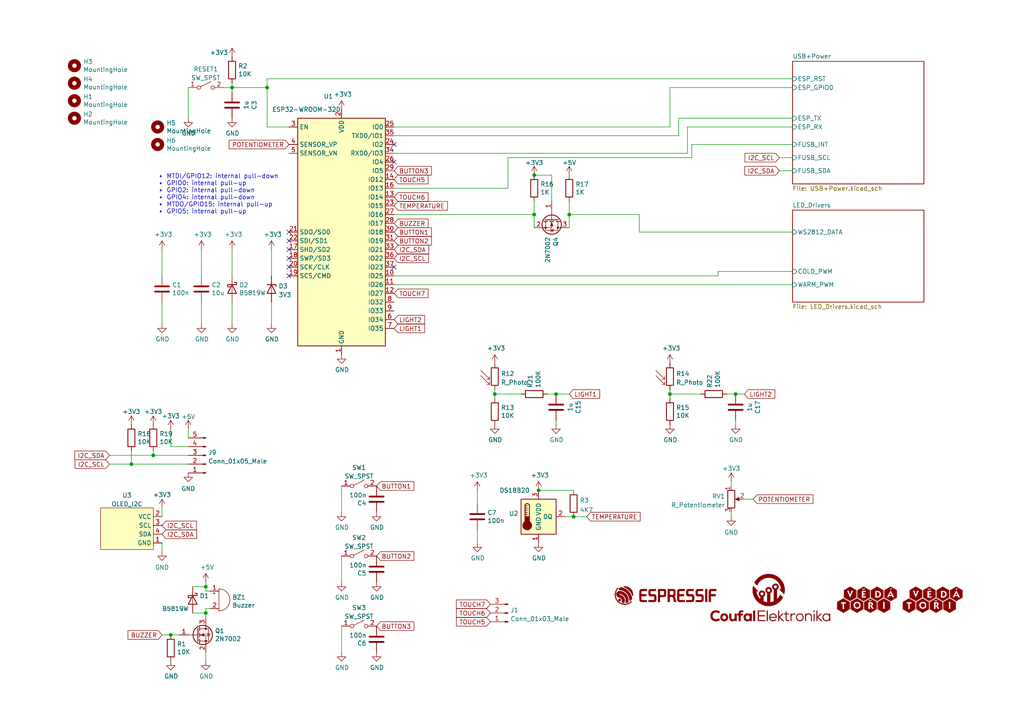
<source format=kicad_sch>
(kicad_sch (version 20211123) (generator eeschema)
  (paper "A4")
  (lib_symbols
    (symbol "Connector:Conn_01x03_Male" (pin_names (offset 1.016) hide)
      (property "Reference" "J" (at 0 5.08 0))
      (property "Value" "Conn_01x03_Male" (at 0 -5.08 0))
      (symbol "Conn_01x03_Male_1_1"
        (pin passive line (at 5.08 2.54 180) (length 3.81) (name "Pin_1") (number "1"))
        (pin passive line (at 5.08 0 180) (length 3.81) (name "Pin_2") (number "2"))
        (pin passive line (at 5.08 -2.54 180) (length 3.81) (name "Pin_3") (number "3"))
      )
    )
    (symbol "Connector:Conn_01x05_Male" (pin_names (offset 1.016) hide)
      (property "Reference" "J" (at 0 7.62 0))
      (property "Value" "Conn_01x05_Male" (at 0 -7.62 0))
      (symbol "Conn_01x05_Male_1_1"
        (pin passive line (at 5.08 5.08 180) (length 3.81) (name "Pin_1") (number "1"))
        (pin passive line (at 5.08 2.54 180) (length 3.81) (name "Pin_2") (number "2"))
        (pin passive line (at 5.08 0 180) (length 3.81) (name "Pin_3") (number "3"))
        (pin passive line (at 5.08 -2.54 180) (length 3.81) (name "Pin_4") (number "4"))
        (pin passive line (at 5.08 -5.08 180) (length 3.81) (name "Pin_5") (number "5"))
      )
    )
    (symbol "Device:Buzzer" (pin_names (offset 0.0254) hide)
      (property "Reference" "BZ" (at 3.81 1.27 0))
      (property "Value" "Buzzer" (at 3.81 -1.27 0))
      (symbol "Buzzer_1_1"
        (pin passive line (at -2.54 2.54 0) (length 2.54) (name "-") (number "1"))
        (pin passive line (at -2.54 -2.54 0) (length 2.54) (name "+") (number "2"))
      )
    )
    (symbol "Device:C" (pin_numbers hide) (pin_names (offset 0.254))
      (property "Reference" "C" (at 0.635 2.54 0))
      (property "Value" "C" (at 0.635 -2.54 0))
      (symbol "C_1_1"
        (pin passive line (at 0 3.81 270) (length 2.794) (name "~") (number "1"))
        (pin passive line (at 0 -3.81 90) (length 2.794) (name "~") (number "2"))
      )
    )
    (symbol "Device:D_Schottky" (pin_numbers hide) (pin_names (offset 1.016) hide)
      (property "Reference" "D" (at 0 2.54 0))
      (property "Value" "D_Schottky" (at 0 -2.54 0))
      (symbol "D_Schottky_1_1"
        (pin passive line (at -3.81 0 0) (length 2.54) (name "K") (number "1"))
        (pin passive line (at 3.81 0 180) (length 2.54) (name "A") (number "2"))
      )
    )
    (symbol "Device:D_Zener" (pin_numbers hide) (pin_names (offset 1.016) hide)
      (property "Reference" "D" (at 0 2.54 0))
      (property "Value" "D_Zener" (at 0 -2.54 0))
      (symbol "D_Zener_1_1"
        (pin passive line (at -3.81 0 0) (length 2.54) (name "K") (number "1"))
        (pin passive line (at 3.81 0 180) (length 2.54) (name "A") (number "2"))
      )
    )
    (symbol "Device:R" (pin_numbers hide) (pin_names (offset 0))
      (property "Reference" "R" (at 2.032 0 90))
      (property "Value" "R" (at 0 0 90))
      (symbol "R_1_1"
        (pin passive line (at 0 3.81 270) (length 1.27) (name "~") (number "1"))
        (pin passive line (at 0 -3.81 90) (length 1.27) (name "~") (number "2"))
      )
    )
    (symbol "Device:R_Photo" (pin_numbers hide) (pin_names (offset 0))
      (property "Reference" "R" (at 1.27 1.27 0))
      (property "Value" "R_Photo" (at 1.27 0 0))
      (symbol "R_Photo_1_1"
        (pin passive line (at 0 3.81 270) (length 1.27) (name "~") (number "1"))
        (pin passive line (at 0 -3.81 90) (length 1.27) (name "~") (number "2"))
      )
    )
    (symbol "Device:R_Potentiometer" (pin_names (offset 1.016) hide)
      (property "Reference" "RV" (at -4.445 0 90))
      (property "Value" "R_Potentiometer" (at -2.54 0 90))
      (symbol "R_Potentiometer_1_1"
        (pin passive line (at 0 3.81 270) (length 1.27) (name "1") (number "1"))
        (pin passive line (at 3.81 0 180) (length 1.27) (name "2") (number "2"))
        (pin passive line (at 0 -3.81 90) (length 1.27) (name "3") (number "3"))
      )
    )
    (symbol "Mechanical:MountingHole" (pin_names (offset 1.016))
      (property "Reference" "H" (at 0 5.08 0))
      (property "Value" "MountingHole" (at 0 3.175 0))
    )
    (symbol "PaLampa_Library:OLED_I2C"
      (property "Reference" "U" (at -0.635 7.62 0))
      (property "Value" "OLED_I2C" (at -3.81 0 0))
      (symbol "OLED_I2C_1_1"
        (pin input line (at 8.89 -3.81 180) (length 2.54) (name "GND") (number "1"))
        (pin input line (at 8.89 3.81 180) (length 2.54) (name "VCC") (number "2"))
        (pin input line (at 8.89 1.27 180) (length 2.54) (name "SCL") (number "3"))
        (pin input line (at 8.89 -1.27 180) (length 2.54) (name "SDA") (number "4"))
      )
    )
    (symbol "RF_Module:ESP32-WROOM-32D"
      (property "Reference" "U" (at -12.7 34.29 0))
      (property "Value" "ESP32-WROOM-32D" (at 1.27 34.29 0))
      (symbol "ESP32-WROOM-32D_1_1"
        (pin power_in line (at 0 -35.56 90) (length 2.54) (name "GND") (number "1"))
        (pin bidirectional line (at 15.24 -12.7 180) (length 2.54) (name "IO25") (number "10"))
        (pin bidirectional line (at 15.24 -15.24 180) (length 2.54) (name "IO26") (number "11"))
        (pin bidirectional line (at 15.24 -17.78 180) (length 2.54) (name "IO27") (number "12"))
        (pin bidirectional line (at 15.24 10.16 180) (length 2.54) (name "IO14") (number "13"))
        (pin bidirectional line (at 15.24 15.24 180) (length 2.54) (name "IO12") (number "14"))
        (pin passive line (at 0 -35.56 90) (length 2.54) hide (name "GND") (number "15"))
        (pin bidirectional line (at 15.24 12.7 180) (length 2.54) (name "IO13") (number "16"))
        (pin bidirectional line (at -15.24 -5.08 0) (length 2.54) (name "SHD/SD2") (number "17"))
        (pin bidirectional line (at -15.24 -7.62 0) (length 2.54) (name "SWP/SD3") (number "18"))
        (pin bidirectional line (at -15.24 -12.7 0) (length 2.54) (name "SCS/CMD") (number "19"))
        (pin power_in line (at 0 35.56 270) (length 2.54) (name "VDD") (number "2"))
        (pin bidirectional line (at -15.24 -10.16 0) (length 2.54) (name "SCK/CLK") (number "20"))
        (pin bidirectional line (at -15.24 0 0) (length 2.54) (name "SDO/SD0") (number "21"))
        (pin bidirectional line (at -15.24 -2.54 0) (length 2.54) (name "SDI/SD1") (number "22"))
        (pin bidirectional line (at 15.24 7.62 180) (length 2.54) (name "IO15") (number "23"))
        (pin bidirectional line (at 15.24 25.4 180) (length 2.54) (name "IO2") (number "24"))
        (pin bidirectional line (at 15.24 30.48 180) (length 2.54) (name "IO0") (number "25"))
        (pin bidirectional line (at 15.24 20.32 180) (length 2.54) (name "IO4") (number "26"))
        (pin bidirectional line (at 15.24 5.08 180) (length 2.54) (name "IO16") (number "27"))
        (pin bidirectional line (at 15.24 2.54 180) (length 2.54) (name "IO17") (number "28"))
        (pin bidirectional line (at 15.24 17.78 180) (length 2.54) (name "IO5") (number "29"))
        (pin input line (at -15.24 30.48 0) (length 2.54) (name "EN") (number "3"))
        (pin bidirectional line (at 15.24 0 180) (length 2.54) (name "IO18") (number "30"))
        (pin bidirectional line (at 15.24 -2.54 180) (length 2.54) (name "IO19") (number "31"))
        (pin no_connect line (at -12.7 -27.94 0) (length 2.54) hide (name "NC") (number "32"))
        (pin bidirectional line (at 15.24 -5.08 180) (length 2.54) (name "IO21") (number "33"))
        (pin bidirectional line (at 15.24 22.86 180) (length 2.54) (name "RXD0/IO3") (number "34"))
        (pin bidirectional line (at 15.24 27.94 180) (length 2.54) (name "TXD0/IO1") (number "35"))
        (pin bidirectional line (at 15.24 -7.62 180) (length 2.54) (name "IO22") (number "36"))
        (pin bidirectional line (at 15.24 -10.16 180) (length 2.54) (name "IO23") (number "37"))
        (pin passive line (at 0 -35.56 90) (length 2.54) hide (name "GND") (number "38"))
        (pin passive line (at 0 -35.56 90) (length 2.54) hide (name "GND") (number "39"))
        (pin input line (at -15.24 25.4 0) (length 2.54) (name "SENSOR_VP") (number "4"))
        (pin input line (at -15.24 22.86 0) (length 2.54) (name "SENSOR_VN") (number "5"))
        (pin input line (at 15.24 -25.4 180) (length 2.54) (name "IO34") (number "6"))
        (pin input line (at 15.24 -27.94 180) (length 2.54) (name "IO35") (number "7"))
        (pin bidirectional line (at 15.24 -20.32 180) (length 2.54) (name "IO32") (number "8"))
        (pin bidirectional line (at 15.24 -22.86 180) (length 2.54) (name "IO33") (number "9"))
      )
    )
    (symbol "Sensor_Temperature:DS18B20" (pin_names (offset 1.016))
      (property "Reference" "U" (at -3.81 6.35 0))
      (property "Value" "DS18B20" (at 6.35 6.35 0))
      (symbol "DS18B20_1_1"
        (pin power_in line (at 0 -7.62 90) (length 2.54) (name "GND") (number "1"))
        (pin bidirectional line (at 7.62 0 180) (length 2.54) (name "DQ") (number "2"))
        (pin power_in line (at 0 7.62 270) (length 2.54) (name "VDD") (number "3"))
      )
    )
    (symbol "Switch:SW_SPST" (pin_names (offset 0) hide)
      (property "Reference" "SW" (at 0 3.175 0))
      (property "Value" "SW_SPST" (at 0 -2.54 0))
      (symbol "SW_SPST_1_1"
        (pin passive line (at -5.08 0 0) (length 2.54) (name "A") (number "1"))
        (pin passive line (at 5.08 0 180) (length 2.54) (name "B") (number "2"))
      )
    )
    (symbol "Time-O-Mat_Library:CoufalElektronika_logo" (pin_names (offset 1.016)))
    (symbol "Time-O-Mat_Library:Espressif_logo" (pin_names (offset 1.016)))
    (symbol "Time-O-Mat_Library:Vedatori_logo" (pin_names (offset 1.016)))
    (symbol "Transistor_FET:2N7002" (pin_names hide)
      (property "Reference" "Q" (at 5.08 1.905 0))
      (property "Value" "2N7002" (at 5.08 0 0))
      (symbol "2N7002_1_1"
        (pin input line (at -5.08 0 0) (length 2.54) (name "G") (number "1"))
        (pin passive line (at 2.54 -5.08 90) (length 2.54) (name "S") (number "2"))
        (pin passive line (at 2.54 5.08 270) (length 2.54) (name "D") (number "3"))
      )
    )
    (symbol "power:+3V3" (power) (pin_names (offset 0))
      (property "Value" "+3V3" (at 0 3.556 0))
      (symbol "+3V3_1_1"
        (pin power_in line (at 0 0 90) (length 0) hide (name "+3V3") (number "1"))
      )
    )
    (symbol "power:+5V" (power) (pin_names (offset 0))
      (property "Value" "+5V" (at 0 3.556 0))
      (symbol "+5V_1_1"
        (pin power_in line (at 0 0 90) (length 0) hide (name "+5V") (number "1"))
      )
    )
    (symbol "power:GND" (power) (pin_names (offset 0))
      (property "Value" "GND" (at 0 -3.81 0))
      (symbol "GND_1_1"
        (pin power_in line (at 0 0 270) (length 0) hide (name "GND") (number "1"))
      )
    )
  )
  (junction (at 143.51 114.3))
  (junction (at 161.29 114.3))
  (junction (at 59.69 170.18))
  (junction (at 49.53 184.15))
  (junction (at 156.21 142.24))
  (junction (at 165.1 62.23))
  (junction (at 154.94 50.8))
  (junction (at 166.37 149.86))
  (junction (at 77.47 25.4))
  (junction (at 38.1 134.62))
  (junction (at 213.36 114.3))
  (junction (at 194.31 114.3))
  (junction (at 44.45 132.08))
  (junction (at 59.69 177.8))
  (junction (at 154.94 62.23))
  (junction (at 67.31 25.4))
  (no_connect (at 83.82 69.85))
  (no_connect (at 83.82 72.39))
  (no_connect (at 114.3 77.47))
  (no_connect (at 83.82 74.93))
  (no_connect (at 114.3 46.99))
  (no_connect (at 83.82 80.01))
  (no_connect (at 114.3 41.91))
  (no_connect (at 83.82 77.47))
  (no_connect (at 83.82 67.31))
  (wire (pts (xy 77.47 36.83) (xy 77.47 25.4)))
  (wire (pts (xy 229.87 25.4) (xy 194.31 25.4)))
  (wire (pts (xy 67.31 25.4) (xy 77.47 25.4)))
  (wire (pts (xy 59.69 191.77) (xy 59.69 189.23)))
  (wire (pts (xy 226.06 49.53) (xy 229.87 49.53)))
  (wire (pts (xy 138.43 153.67) (xy 138.43 157.48)))
  (wire (pts (xy 64.77 25.4) (xy 67.31 25.4)))
  (wire (pts (xy 60.96 176.53) (xy 59.69 176.53)))
  (wire (pts (xy 163.83 149.86) (xy 166.37 149.86)))
  (wire (pts (xy 160.02 50.8) (xy 154.94 50.8)))
  (wire (pts (xy 208.28 78.74) (xy 208.28 80.01)))
  (wire (pts (xy 78.74 72.39) (xy 78.74 80.01)))
  (wire (pts (xy 229.87 67.31) (xy 185.42 67.31)))
  (wire (pts (xy 114.3 82.55) (xy 229.87 82.55)))
  (wire (pts (xy 208.28 78.74) (xy 229.87 78.74)))
  (wire (pts (xy 143.51 114.3) (xy 151.13 114.3)))
  (wire (pts (xy 31.75 134.62) (xy 38.1 134.62)))
  (wire (pts (xy 77.47 22.86) (xy 229.87 22.86)))
  (wire (pts (xy 114.3 62.23) (xy 154.94 62.23)))
  (wire (pts (xy 212.09 139.7) (xy 212.09 140.97)))
  (wire (pts (xy 161.29 114.3) (xy 165.1 114.3)))
  (wire (pts (xy 185.42 67.31) (xy 185.42 62.23)))
  (wire (pts (xy 54.61 124.46) (xy 54.61 127)))
  (wire (pts (xy 229.87 41.91) (xy 200.66 41.91)))
  (wire (pts (xy 196.85 34.29) (xy 196.85 39.37)))
  (wire (pts (xy 59.69 171.45) (xy 60.96 171.45)))
  (wire (pts (xy 154.94 58.42) (xy 154.94 62.23)))
  (wire (pts (xy 138.43 146.05) (xy 138.43 142.24)))
  (wire (pts (xy 59.69 170.18) (xy 55.88 170.18)))
  (wire (pts (xy 194.31 113.03) (xy 194.31 114.3)))
  (wire (pts (xy 67.31 93.98) (xy 67.31 87.63)))
  (wire (pts (xy 67.31 80.01) (xy 67.31 72.39)))
  (wire (pts (xy 185.42 62.23) (xy 165.1 62.23)))
  (wire (pts (xy 229.87 36.83) (xy 199.39 36.83)))
  (wire (pts (xy 194.31 114.3) (xy 194.31 115.57)))
  (wire (pts (xy 212.09 149.86) (xy 212.09 148.59)))
  (wire (pts (xy 59.69 168.91) (xy 59.69 170.18)))
  (wire (pts (xy 226.06 45.72) (xy 229.87 45.72)))
  (wire (pts (xy 67.31 26.67) (xy 67.31 25.4)))
  (wire (pts (xy 99.06 181.61) (xy 99.06 189.23)))
  (wire (pts (xy 199.39 44.45) (xy 114.3 44.45)))
  (wire (pts (xy 196.85 39.37) (xy 114.3 39.37)))
  (wire (pts (xy 46.99 80.01) (xy 46.99 72.39)))
  (wire (pts (xy 199.39 36.83) (xy 199.39 44.45)))
  (wire (pts (xy 49.53 129.54) (xy 49.53 124.46)))
  (wire (pts (xy 143.51 114.3) (xy 143.51 115.57)))
  (wire (pts (xy 49.53 184.15) (xy 46.99 184.15)))
  (wire (pts (xy 99.06 140.97) (xy 99.06 148.59)))
  (wire (pts (xy 114.3 80.01) (xy 208.28 80.01)))
  (wire (pts (xy 44.45 132.08) (xy 54.61 132.08)))
  (wire (pts (xy 46.99 87.63) (xy 46.99 93.98)))
  (wire (pts (xy 44.45 130.81) (xy 44.45 132.08)))
  (wire (pts (xy 143.51 113.03) (xy 143.51 114.3)))
  (wire (pts (xy 213.36 114.3) (xy 215.9 114.3)))
  (wire (pts (xy 194.31 25.4) (xy 194.31 36.83)))
  (wire (pts (xy 147.32 45.72) (xy 147.32 54.61)))
  (wire (pts (xy 166.37 149.86) (xy 170.18 149.86)))
  (wire (pts (xy 54.61 129.54) (xy 49.53 129.54)))
  (wire (pts (xy 58.42 72.39) (xy 58.42 80.01)))
  (wire (pts (xy 54.61 25.4) (xy 54.61 34.29)))
  (wire (pts (xy 156.21 142.24) (xy 166.37 142.24)))
  (wire (pts (xy 77.47 25.4) (xy 77.47 22.86)))
  (wire (pts (xy 194.31 114.3) (xy 203.2 114.3)))
  (wire (pts (xy 160.02 58.42) (xy 160.02 50.8)))
  (wire (pts (xy 38.1 134.62) (xy 54.61 134.62)))
  (wire (pts (xy 59.69 177.8) (xy 55.88 177.8)))
  (wire (pts (xy 213.36 121.92) (xy 213.36 123.19)))
  (wire (pts (xy 58.42 87.63) (xy 58.42 93.98)))
  (wire (pts (xy 229.87 34.29) (xy 196.85 34.29)))
  (wire (pts (xy 194.31 36.83) (xy 114.3 36.83)))
  (wire (pts (xy 161.29 121.92) (xy 161.29 123.19)))
  (wire (pts (xy 99.06 161.29) (xy 99.06 168.91)))
  (wire (pts (xy 59.69 176.53) (xy 59.69 177.8)))
  (wire (pts (xy 46.99 157.48) (xy 46.99 160.02)))
  (wire (pts (xy 83.82 36.83) (xy 77.47 36.83)))
  (wire (pts (xy 165.1 58.42) (xy 165.1 62.23)))
  (wire (pts (xy 31.75 132.08) (xy 44.45 132.08)))
  (wire (pts (xy 154.94 62.23) (xy 154.94 66.04)))
  (wire (pts (xy 210.82 114.3) (xy 213.36 114.3)))
  (wire (pts (xy 59.69 170.18) (xy 59.69 171.45)))
  (wire (pts (xy 78.74 87.63) (xy 78.74 93.98)))
  (wire (pts (xy 165.1 62.23) (xy 165.1 66.04)))
  (wire (pts (xy 218.44 144.78) (xy 215.9 144.78)))
  (wire (pts (xy 200.66 45.72) (xy 147.32 45.72)))
  (wire (pts (xy 46.99 147.32) (xy 46.99 149.86)))
  (wire (pts (xy 52.07 184.15) (xy 49.53 184.15)))
  (wire (pts (xy 200.66 41.91) (xy 200.66 45.72)))
  (wire (pts (xy 59.69 177.8) (xy 59.69 179.07)))
  (wire (pts (xy 158.75 114.3) (xy 161.29 114.3)))
  (wire (pts (xy 67.31 25.4) (xy 67.31 24.13)))
  (wire (pts (xy 38.1 130.81) (xy 38.1 134.62)))
  (wire (pts (xy 147.32 54.61) (xy 114.3 54.61)))
  (text "• MTDI/GPIO12: internal pull-down\n• GPIO0: internal pull-up\n• GPIO2: internal pull-down\n• GPIO4: internal pull-down\n• MTDO/GPIO15: internal pull-up\n• GPIO5: internal pull-up" (at 45.72 62.23 0) (effects (font (size 1.27 1.27)) (justify left bottom)))
  (global_label "I2C_SDA" (shape input) (at 114.3 72.39 0) (property "Intersheet References" "${INTERSHEET_REFS}" (effects hide)))
  (global_label "LIGHT2" (shape input) (at 114.3 92.71 0) (property "Intersheet References" "${INTERSHEET_REFS}" (effects hide)))
  (global_label "I2C_SCL" (shape input) (at 114.3 74.93 0) (property "Intersheet References" "${INTERSHEET_REFS}" (effects hide)))
  (global_label "BUZZER" (shape input) (at 46.99 184.15 180) (property "Intersheet References" "${INTERSHEET_REFS}" (effects hide)))
  (global_label "TOUCH7" (shape input) (at 114.3 85.09 0) (property "Intersheet References" "${INTERSHEET_REFS}" (effects hide)))
  (global_label "BUTTON2" (shape input) (at 109.22 161.29 0) (property "Intersheet References" "${INTERSHEET_REFS}" (effects hide)))
  (global_label "TOUCH5" (shape input) (at 114.3 52.07 0) (property "Intersheet References" "${INTERSHEET_REFS}" (effects hide)))
  (global_label "POTENTIOMETER" (shape input) (at 83.82 41.91 180) (property "Intersheet References" "${INTERSHEET_REFS}" (effects hide)))
  (global_label "BUTTON3" (shape input) (at 114.3 49.53 0) (property "Intersheet References" "${INTERSHEET_REFS}" (effects hide)))
  (global_label "TOUCH6" (shape input) (at 142.24 177.8 180) (property "Intersheet References" "${INTERSHEET_REFS}" (effects hide)))
  (global_label "TEMPERATURE" (shape input) (at 170.18 149.86 0) (property "Intersheet References" "${INTERSHEET_REFS}" (effects hide)))
  (global_label "POTENTIOMETER" (shape input) (at 218.44 144.78 0) (property "Intersheet References" "${INTERSHEET_REFS}" (effects hide)))
  (global_label "TOUCH6" (shape input) (at 114.3 57.15 0) (property "Intersheet References" "${INTERSHEET_REFS}" (effects hide)))
  (global_label "BUTTON3" (shape input) (at 109.22 181.61 0) (property "Intersheet References" "${INTERSHEET_REFS}" (effects hide)))
  (global_label "BUTTON1" (shape input) (at 109.22 140.97 0) (property "Intersheet References" "${INTERSHEET_REFS}" (effects hide)))
  (global_label "I2C_SDA" (shape input) (at 31.75 132.08 180) (property "Intersheet References" "${INTERSHEET_REFS}" (effects hide)))
  (global_label "I2C_SCL" (shape input) (at 46.99 152.4 0) (property "Intersheet References" "${INTERSHEET_REFS}" (effects hide)))
  (global_label "LIGHT1" (shape input) (at 114.3 95.25 0) (property "Intersheet References" "${INTERSHEET_REFS}" (effects hide)))
  (global_label "BUZZER" (shape input) (at 114.3 64.77 0) (property "Intersheet References" "${INTERSHEET_REFS}" (effects hide)))
  (global_label "BUTTON1" (shape input) (at 114.3 67.31 0) (property "Intersheet References" "${INTERSHEET_REFS}" (effects hide)))
  (global_label "BUTTON2" (shape input) (at 114.3 69.85 0) (property "Intersheet References" "${INTERSHEET_REFS}" (effects hide)))
  (global_label "LIGHT1" (shape input) (at 165.1 114.3 0) (property "Intersheet References" "${INTERSHEET_REFS}" (effects hide)))
  (global_label "TEMPERATURE" (shape input) (at 114.3 59.69 0) (property "Intersheet References" "${INTERSHEET_REFS}" (effects hide)))
  (global_label "I2C_SCL" (shape input) (at 31.75 134.62 180) (property "Intersheet References" "${INTERSHEET_REFS}" (effects hide)))
  (global_label "TOUCH7" (shape input) (at 142.24 175.26 180) (property "Intersheet References" "${INTERSHEET_REFS}" (effects hide)))
  (global_label "LIGHT2" (shape input) (at 215.9 114.3 0) (property "Intersheet References" "${INTERSHEET_REFS}" (effects hide)))
  (global_label "I2C_SCL" (shape input) (at 226.06 45.72 180) (property "Intersheet References" "${INTERSHEET_REFS}" (effects hide)))
  (global_label "I2C_SDA" (shape input) (at 226.06 49.53 180) (property "Intersheet References" "${INTERSHEET_REFS}" (effects hide)))
  (global_label "TOUCH5" (shape input) (at 142.24 180.34 180) (property "Intersheet References" "${INTERSHEET_REFS}" (effects hide)))
  (global_label "I2C_SDA" (shape input) (at 46.99 154.94 0) (property "Intersheet References" "${INTERSHEET_REFS}" (effects hide)))
  (symbol (lib_id "power:GND") (at 161.29 123.19 0) (unit 1)
    (property "Reference" "#PWR0181" (effects hide))
    (property "Value" "GND" (at 161.417 127.5842 0))
  )
  (symbol (lib_id "power:+5V") (at 59.69 168.91 0) (unit 1)
    (property "Reference" "#PWR0124" (effects hide))
    (property "Value" "+5V" (at 60.071 164.5158 0))
  )
  (symbol (lib_id "Switch:SW_SPST") (at 104.14 161.29 0) (unit 1)
    (property "Reference" "SW2" (at 104.14 155.9392 0))
    (property "Value" "SW_SPST" (at 104.14 158.4761 0))
    (property "Footprint" "Button_Switch_THT:SW_PUSH_6mm_H13mm" (effects hide))
  )
  (symbol (lib_id "Transistor_FET:2N7002") (at 160.02 63.5 270) (unit 1)
    (property "Reference" "Q4" (at 161.1884 68.6816 0) (effects (justify left)))
    (property "Value" "2N7002" (at 158.877 68.6816 0) (effects (justify left)))
    (property "Footprint" "Package_TO_SOT_SMD:SOT-23" (effects hide))
    (property "Datasheet" "https://www.onsemi.com/pub/Collateral/NDS7002A-D.PDF" (effects hide))
    (property "LCSC" "C8545" (effects hide))
  )
  (symbol (lib_id "power:+3V3") (at 44.45 123.19 0) (unit 1)
    (property "Reference" "#PWR0170" (effects hide))
    (property "Value" "+3V3" (at 44.45 119.38 0))
  )
  (symbol (lib_id "power:GND") (at 109.22 148.59 0) (unit 1)
    (property "Reference" "#PWR0106" (effects hide))
    (property "Value" "GND" (at 109.347 152.9842 0))
  )
  (symbol (lib_id "Switch:SW_SPST") (at 59.69 25.4 0) (unit 1)
    (property "Reference" "RESET1" (at 59.69 20.0492 0))
    (property "Value" "SW_SPST" (at 59.69 22.5861 0))
    (property "Footprint" "Button_Switch_SMD:SW_SPST_TL3342" (effects hide))
    (property "LCSC" "C318884" (effects hide))
  )
  (symbol (lib_id "PaLampa_Library:OLED_I2C") (at 38.1 153.67 0) (unit 1)
    (property "Reference" "U3" (at 36.83 143.671 0))
    (property "Value" "OLED_I2C" (at 36.83 146.2079 0))
    (property "Footprint" "PaLampa_Library:Display_128x64_096_I2C" (effects hide))
  )
  (symbol (lib_id "power:+3V3") (at 138.43 142.24 0) (unit 1)
    (property "Reference" "#PWR0137" (effects hide))
    (property "Value" "+3V3" (at 138.811 137.8458 0))
  )
  (symbol (lib_id "power:GND") (at 109.22 189.23 0) (unit 1)
    (property "Reference" "#PWR0109" (effects hide))
    (property "Value" "GND" (at 109.347 193.6242 0))
  )
  (symbol (lib_id "Device:C") (at 138.43 149.86 0) (unit 1)
    (property "Reference" "C7" (at 141.351 148.6916 0) (effects (justify left)))
    (property "Value" "100n" (at 141.351 151.003 0) (effects (justify left)))
    (property "Footprint" "Capacitor_SMD:C_0603_1608Metric" (effects hide))
    (property "LCSC" "C14663" (effects hide))
  )
  (symbol (lib_id "power:GND") (at 156.21 157.48 0) (unit 1)
    (property "Reference" "#PWR0140" (effects hide))
    (property "Value" "GND" (at 156.337 161.8742 0))
  )
  (symbol (lib_id "power:GND") (at 46.99 160.02 0) (unit 1)
    (property "Reference" "#PWR0101" (effects hide))
    (property "Value" "GND" (at 46.99 164.5825 0))
  )
  (symbol (lib_id "Mechanical:MountingHole") (at 21.59 34.29 0) (unit 1)
    (property "Reference" "H2" (at 24.13 33.1216 0) (effects (justify left)))
    (property "Value" "MountingHole" (at 24.13 35.433 0) (effects (justify left)))
    (property "Footprint" "MountingHole:MountingHole_3.2mm_M3" (effects hide))
  )
  (symbol (lib_id "power:GND") (at 109.22 168.91 0) (unit 1)
    (property "Reference" "#PWR0107" (effects hide))
    (property "Value" "GND" (at 109.347 173.3042 0))
  )
  (symbol (lib_id "Switch:SW_SPST") (at 104.14 140.97 0) (unit 1)
    (property "Reference" "SW1" (at 104.14 135.6192 0))
    (property "Value" "SW_SPST" (at 104.14 138.1561 0))
    (property "Footprint" "Button_Switch_THT:SW_PUSH_6mm_H13mm" (effects hide))
  )
  (symbol (lib_id "power:+3V3") (at 194.31 105.41 0) (unit 1)
    (property "Reference" "#PWR0164" (effects hide))
    (property "Value" "+3V3" (at 194.691 101.0158 0))
  )
  (symbol (lib_id "Device:C") (at 67.31 30.48 180) (unit 1)
    (property "Reference" "C3" (at 73.7108 30.48 90))
    (property "Value" "1u" (at 71.3994 30.48 90))
    (property "Footprint" "Capacitor_SMD:C_0603_1608Metric" (effects hide))
    (property "LCSC" "C15849" (effects hide))
  )
  (symbol (lib_id "Device:R") (at 165.1 54.61 0) (unit 1)
    (property "Reference" "R17" (at 166.878 53.4416 0) (effects (justify left)))
    (property "Value" "1K" (at 166.878 55.753 0) (effects (justify left)))
    (property "Footprint" "Resistor_SMD:R_0603_1608Metric" (effects hide))
    (property "LCSC" "C21190" (effects hide))
  )
  (symbol (lib_id "power:GND") (at 138.43 157.48 0) (unit 1)
    (property "Reference" "#PWR0138" (effects hide))
    (property "Value" "GND" (at 138.557 161.8742 0))
  )
  (symbol (lib_id "power:+3V3") (at 156.21 142.24 0) (unit 1)
    (property "Reference" "#PWR0136" (effects hide))
    (property "Value" "+3V3" (at 156.591 137.8458 0))
  )
  (symbol (lib_id "Device:C") (at 109.22 144.78 180) (unit 1)
    (property "Reference" "C4" (at 106.299 145.9484 0) (effects (justify left)))
    (property "Value" "100n" (at 106.299 143.637 0) (effects (justify left)))
    (property "Footprint" "Capacitor_SMD:C_0603_1608Metric" (effects hide))
    (property "LCSC" "C14663" (effects hide))
  )
  (symbol (lib_id "power:+3V3") (at 78.74 72.39 0) (unit 1)
    (property "Reference" "#PWR0154" (effects hide))
    (property "Value" "+3V3" (at 79.121 67.9958 0))
  )
  (symbol (lib_id "power:GND") (at 67.31 34.29 0) (unit 1)
    (property "Reference" "#PWR0132" (effects hide))
    (property "Value" "GND" (at 67.437 38.6842 0))
  )
  (symbol (lib_id "Mechanical:MountingHole") (at 21.59 19.05 0) (unit 1)
    (property "Reference" "H3" (at 24.13 17.8816 0) (effects (justify left)))
    (property "Value" "MountingHole" (at 24.13 20.193 0) (effects (justify left)))
    (property "Footprint" "MountingHole:MountingHole_3.2mm_M3" (effects hide))
  )
  (symbol (lib_id "power:+3V3") (at 99.06 31.75 0) (unit 1)
    (property "Reference" "#PWR0115" (effects hide))
    (property "Value" "+3V3" (at 99.441 27.3558 0))
  )
  (symbol (lib_id "Time-O-Mat_Library:Espressif_logo") (at 193.04 172.72 0) (unit 1)
    (property "Reference" "G5" (effects hide))
    (property "Value" "Espressif_logo" (effects hide))
    (property "Footprint" "PaLampa_Library:Espressif_logo_30mm" (effects hide))
  )
  (symbol (lib_id "Connector:Conn_01x05_Male") (at 59.69 132.08 180) (unit 1)
    (property "Reference" "J9" (at 60.4012 131.2453 0) (effects (justify right)))
    (property "Value" "Conn_01x05_Male" (at 60.4012 133.7822 0) (effects (justify right)))
    (property "Footprint" "Connector_PinHeader_2.54mm:PinHeader_1x05_P2.54mm_Vertical" (effects hide))
  )
  (symbol (lib_id "power:GND") (at 99.06 102.87 0) (unit 1)
    (property "Reference" "#PWR0116" (effects hide))
    (property "Value" "GND" (at 99.187 107.2642 0))
  )
  (symbol (lib_id "Device:C") (at 161.29 118.11 180) (unit 1)
    (property "Reference" "C15" (at 167.6908 118.11 90))
    (property "Value" "1u" (at 165.3794 118.11 90))
    (property "Footprint" "Capacitor_SMD:C_0603_1608Metric" (effects hide))
    (property "LCSC" "C15849" (effects hide))
  )
  (symbol (lib_id "Time-O-Mat_Library:Vedatori_logo") (at 251.46 173.99 0) (unit 1)
    (property "Reference" "G2" (effects hide))
    (property "Value" "Vedatori_logo" (effects hide))
    (property "Footprint" "PaLampa_Library:Vedatori_15mm" (effects hide))
  )
  (symbol (lib_id "power:+3V3") (at 46.99 147.32 0) (unit 1)
    (property "Reference" "#PWR0102" (effects hide))
    (property "Value" "+3V3" (at 46.99 143.51 0))
  )
  (symbol (lib_id "Mechanical:MountingHole") (at 21.59 24.13 0) (unit 1)
    (property "Reference" "H4" (at 24.13 22.9616 0) (effects (justify left)))
    (property "Value" "MountingHole" (at 24.13 25.273 0) (effects (justify left)))
    (property "Footprint" "MountingHole:MountingHole_3.2mm_M3" (effects hide))
  )
  (symbol (lib_id "Device:C") (at 109.22 165.1 180) (unit 1)
    (property "Reference" "C5" (at 106.299 166.2684 0) (effects (justify left)))
    (property "Value" "100n" (at 106.299 163.957 0) (effects (justify left)))
    (property "Footprint" "Capacitor_SMD:C_0603_1608Metric" (effects hide))
    (property "LCSC" "C14663" (effects hide))
  )
  (symbol (lib_id "power:GND") (at 67.31 93.98 0) (unit 1)
    (property "Reference" "#PWR0134" (effects hide))
    (property "Value" "GND" (at 67.437 98.3742 0))
  )
  (symbol (lib_id "power:GND") (at 99.06 168.91 0) (unit 1)
    (property "Reference" "#PWR0108" (effects hide))
    (property "Value" "GND" (at 99.187 173.3042 0))
  )
  (symbol (lib_id "power:+3V3") (at 154.94 50.8 0) (unit 1)
    (property "Reference" "#PWR0167" (effects hide))
    (property "Value" "+3V3" (at 154.94 47.1955 0))
  )
  (symbol (lib_id "Mechanical:MountingHole") (at 45.72 36.83 0) (unit 1)
    (property "Reference" "H5" (at 48.26 35.6616 0) (effects (justify left)))
    (property "Value" "MountingHole" (at 48.26 37.973 0) (effects (justify left)))
    (property "Footprint" "MountingHole:MountingHole_3.2mm_M3" (effects hide))
  )
  (symbol (lib_id "Device:D_Schottky") (at 67.31 83.82 270) (unit 1)
    (property "Reference" "D2" (at 69.342 82.6516 90) (effects (justify left)))
    (property "Value" "B5819W" (at 69.342 84.963 90) (effects (justify left)))
    (property "Footprint" "Diode_SMD:D_SOD-123" (effects hide))
    (property "LCSC" "C8598" (effects hide))
  )
  (symbol (lib_id "Device:R_Photo") (at 194.31 109.22 0) (unit 1)
    (property "Reference" "R14" (at 196.088 108.3853 0) (effects (justify left)))
    (property "Value" "R_Photo" (at 196.088 110.9222 0) (effects (justify left)))
    (property "Footprint" "OptoDevice:R_LDR_5.1x4.3mm_P3.4mm_Vertical" (effects hide))
  )
  (symbol (lib_id "power:+3V3") (at 212.09 139.7 0) (unit 1)
    (property "Reference" "#PWR0103" (effects hide))
    (property "Value" "+3V3" (at 212.09 135.89 0))
  )
  (symbol (lib_id "power:+3V3") (at 67.31 16.51 0) (unit 1)
    (property "Reference" "#PWR0133" (effects hide))
    (property "Value" "+3V3" (at 63.5 15.24 0))
  )
  (symbol (lib_id "Mechanical:MountingHole") (at 45.72 41.91 0) (unit 1)
    (property "Reference" "H6" (at 48.26 40.7416 0) (effects (justify left)))
    (property "Value" "MountingHole" (at 48.26 43.053 0) (effects (justify left)))
    (property "Footprint" "MountingHole:MountingHole_3.2mm_M3" (effects hide))
  )
  (symbol (lib_id "Device:R") (at 154.94 54.61 0) (unit 1)
    (property "Reference" "R16" (at 156.718 53.4416 0) (effects (justify left)))
    (property "Value" "1K" (at 156.718 55.753 0) (effects (justify left)))
    (property "Footprint" "Resistor_SMD:R_0603_1608Metric" (effects hide))
    (property "LCSC" "C21190" (effects hide))
  )
  (symbol (lib_id "Switch:SW_SPST") (at 104.14 181.61 0) (unit 1)
    (property "Reference" "SW3" (at 104.14 176.2592 0))
    (property "Value" "SW_SPST" (at 104.14 178.7961 0))
    (property "Footprint" "Button_Switch_THT:SW_PUSH_6mm_H13mm" (effects hide))
  )
  (symbol (lib_id "Device:R") (at 143.51 119.38 0) (unit 1)
    (property "Reference" "R13" (at 145.288 118.2116 0) (effects (justify left)))
    (property "Value" "10K" (at 145.288 120.523 0) (effects (justify left)))
    (property "Footprint" "Resistor_SMD:R_0603_1608Metric" (effects hide))
    (property "LCSC" "C25804" (effects hide))
  )
  (symbol (lib_id "power:GND") (at 143.51 123.19 0) (unit 1)
    (property "Reference" "#PWR0161" (effects hide))
    (property "Value" "GND" (at 143.637 127.5842 0))
  )
  (symbol (lib_id "Device:C") (at 58.42 83.82 0) (unit 1)
    (property "Reference" "C2" (at 61.341 82.6516 0) (effects (justify left)))
    (property "Value" "10u" (at 61.341 84.963 0) (effects (justify left)))
    (property "Footprint" "Capacitor_SMD:C_0805_2012Metric" (effects hide))
    (property "LCSC" "C15850" (effects hide))
  )
  (symbol (lib_id "Device:R") (at 154.94 114.3 90) (unit 1)
    (property "Reference" "R21" (at 153.7716 112.522 0) (effects (justify left)))
    (property "Value" "100K" (at 156.083 112.522 0) (effects (justify left)))
    (property "Footprint" "Resistor_SMD:R_0603_1608Metric" (effects hide))
    (property "LCSC" "C25803" (effects hide))
  )
  (symbol (lib_id "Connector:Conn_01x03_Male") (at 147.32 177.8 180) (unit 1)
    (property "Reference" "J1" (at 148.0312 176.9653 0) (effects (justify right)))
    (property "Value" "Conn_01x03_Male" (at 148.0312 179.5022 0) (effects (justify right)))
    (property "Footprint" "Connector_PinHeader_2.54mm:PinHeader_1x03_P2.54mm_Vertical" (effects hide))
  )
  (symbol (lib_id "Device:R") (at 67.31 20.32 0) (unit 1)
    (property "Reference" "R2" (at 69.088 19.1516 0) (effects (justify left)))
    (property "Value" "10K" (at 69.088 21.463 0) (effects (justify left)))
    (property "Footprint" "Resistor_SMD:R_0603_1608Metric" (effects hide))
    (property "LCSC" "C25804" (effects hide))
  )
  (symbol (lib_id "Device:C") (at 213.36 118.11 180) (unit 1)
    (property "Reference" "C17" (at 219.7608 118.11 90))
    (property "Value" "1u" (at 217.4494 118.11 90))
    (property "Footprint" "Capacitor_SMD:C_0603_1608Metric" (effects hide))
    (property "LCSC" "C15849" (effects hide))
  )
  (symbol (lib_id "power:GND") (at 54.61 34.29 0) (unit 1)
    (property "Reference" "#PWR0176" (effects hide))
    (property "Value" "GND" (at 54.737 38.6842 0))
  )
  (symbol (lib_id "power:GND") (at 78.74 93.98 0) (unit 1)
    (property "Reference" "#PWR0149" (effects hide))
    (property "Value" "GND" (at 78.867 98.3742 0))
  )
  (symbol (lib_id "Mechanical:MountingHole") (at 21.59 29.21 0) (unit 1)
    (property "Reference" "H1" (at 24.13 28.0416 0) (effects (justify left)))
    (property "Value" "MountingHole" (at 24.13 30.353 0) (effects (justify left)))
    (property "Footprint" "MountingHole:MountingHole_3.2mm_M3" (effects hide))
  )
  (symbol (lib_id "Device:R") (at 166.37 146.05 0) (unit 1)
    (property "Reference" "R3" (at 168.148 145.1415 0) (effects (justify left)))
    (property "Value" "4K7" (at 168.148 147.9166 0) (effects (justify left)))
    (property "Footprint" "Resistor_SMD:R_0603_1608Metric" (effects hide))
    (property "LCSC" "C23162" (effects hide))
  )
  (symbol (lib_id "power:+3V3") (at 67.31 72.39 0) (unit 1)
    (property "Reference" "#PWR0129" (effects hide))
    (property "Value" "+3V3" (at 67.691 67.9958 0))
  )
  (symbol (lib_id "Device:R_Photo") (at 143.51 109.22 0) (unit 1)
    (property "Reference" "R12" (at 145.288 108.3853 0) (effects (justify left)))
    (property "Value" "R_Photo" (at 145.288 110.9222 0) (effects (justify left)))
    (property "Footprint" "OptoDevice:R_LDR_5.1x4.3mm_P3.4mm_Vertical" (effects hide))
  )
  (symbol (lib_id "power:GND") (at 54.61 137.16 0) (unit 1)
    (property "Reference" "#PWR0172" (effects hide))
    (property "Value" "GND" (at 54.61 141.7225 0))
  )
  (symbol (lib_id "Sensor_Temperature:DS18B20") (at 156.21 149.86 0) (unit 1)
    (property "Reference" "U2" (at 150.368 148.9515 0) (effects (justify right)))
    (property "Value" "DS18B20" (at 153.67 142.24 0) (effects (justify right)))
    (property "Footprint" "Package_TO_SOT_THT:TO-92_HandSolder" (effects hide))
    (property "Datasheet" "http://datasheets.maximintegrated.com/en/ds/DS18B20.pdf" (effects hide))
  )
  (symbol (lib_id "Device:R_Potentiometer") (at 212.09 144.78 0) (unit 1)
    (property "Reference" "RV1" (at 210.3121 143.9453 0) (effects (justify right)))
    (property "Value" "R_Potentiometer" (at 210.3121 146.4822 0) (effects (justify right)))
    (property "Footprint" "Potentiometer_THT:Potentiometer_Alps_RK09K_Single_Vertical" (effects hide))
  )
  (symbol (lib_id "power:GND") (at 59.69 191.77 0) (unit 1)
    (property "Reference" "#PWR0125" (effects hide))
    (property "Value" "GND" (at 59.817 196.1642 0))
  )
  (symbol (lib_id "Device:R") (at 44.45 127 0) (unit 1)
    (property "Reference" "R19" (at 46.228 125.8316 0) (effects (justify left)))
    (property "Value" "10K" (at 46.228 128.143 0) (effects (justify left)))
    (property "Footprint" "Resistor_SMD:R_0603_1608Metric" (effects hide))
    (property "LCSC" "C25804" (effects hide))
  )
  (symbol (lib_id "Device:D_Schottky") (at 55.88 173.99 270) (unit 1)
    (property "Reference" "D1" (at 57.912 172.8216 90) (effects (justify left)))
    (property "Value" "B5819W" (at 46.99 176.53 90) (effects (justify left)))
    (property "Footprint" "Diode_SMD:D_SOD-123" (effects hide))
    (property "LCSC" "C8598" (effects hide))
  )
  (symbol (lib_id "power:GND") (at 99.06 148.59 0) (unit 1)
    (property "Reference" "#PWR0105" (effects hide))
    (property "Value" "GND" (at 99.187 152.9842 0))
  )
  (symbol (lib_id "Transistor_FET:2N7002") (at 57.15 184.15 0) (unit 1)
    (property "Reference" "Q1" (at 62.3316 182.9816 0) (effects (justify left)))
    (property "Value" "2N7002" (at 62.3316 185.293 0) (effects (justify left)))
    (property "Footprint" "Package_TO_SOT_SMD:SOT-23" (effects hide))
    (property "Datasheet" "https://www.onsemi.com/pub/Collateral/NDS7002A-D.PDF" (effects hide))
    (property "LCSC" "C8545" (effects hide))
  )
  (symbol (lib_id "power:+3V3") (at 38.1 123.19 0) (unit 1)
    (property "Reference" "#PWR0171" (effects hide))
    (property "Value" "+3V3" (at 38.1 119.38 0))
  )
  (symbol (lib_id "Time-O-Mat_Library:Vedatori_logo") (at 270.51 173.99 0) (unit 1)
    (property "Reference" "G3" (effects hide))
    (property "Value" "Vedatori_logo" (effects hide))
    (property "Footprint" "PaLampa_Library:Vedatori_15mm" (effects hide))
  )
  (symbol (lib_id "Device:C") (at 109.22 185.42 180) (unit 1)
    (property "Reference" "C6" (at 106.299 186.5884 0) (effects (justify left)))
    (property "Value" "100n" (at 106.299 184.277 0) (effects (justify left)))
    (property "Footprint" "Capacitor_SMD:C_0603_1608Metric" (effects hide))
    (property "LCSC" "C14663" (effects hide))
  )
  (symbol (lib_id "power:+3V3") (at 49.53 124.46 0) (unit 1)
    (property "Reference" "#PWR0169" (effects hide))
    (property "Value" "+3V3" (at 49.53 120.65 0))
  )
  (symbol (lib_id "power:GND") (at 213.36 123.19 0) (unit 1)
    (property "Reference" "#PWR0180" (effects hide))
    (property "Value" "GND" (at 213.487 127.5842 0))
  )
  (symbol (lib_id "power:+5V") (at 165.1 50.8 0) (unit 1)
    (property "Reference" "#PWR0168" (effects hide))
    (property "Value" "+5V" (at 165.1 47.1955 0))
  )
  (symbol (lib_id "power:+3V3") (at 143.51 105.41 0) (unit 1)
    (property "Reference" "#PWR0163" (effects hide))
    (property "Value" "+3V3" (at 143.891 101.0158 0))
  )
  (symbol (lib_id "Device:D_Zener") (at 78.74 83.82 270) (unit 1)
    (property "Reference" "D3" (at 80.772 82.9853 90) (effects (justify left)))
    (property "Value" "3V3" (at 80.772 85.5222 90) (effects (justify left)))
    (property "Footprint" "Diode_SMD:D_MiniMELF" (effects hide))
    (property "LCSC" "C8056" (effects hide))
  )
  (symbol (lib_id "power:GND") (at 99.06 189.23 0) (unit 1)
    (property "Reference" "#PWR0110" (effects hide))
    (property "Value" "GND" (at 99.187 193.6242 0))
  )
  (symbol (lib_id "Time-O-Mat_Library:CoufalElektronika_logo") (at 223.52 173.99 0) (unit 1)
    (property "Reference" "G1" (effects hide))
    (property "Value" "CoufalElektronika_logo" (effects hide))
    (property "Footprint" "PaLampa_Library:Coufal_elektronika_text_30x13mm" (effects hide))
  )
  (symbol (lib_id "power:GND") (at 194.31 123.19 0) (unit 1)
    (property "Reference" "#PWR0162" (effects hide))
    (property "Value" "GND" (at 194.437 127.5842 0))
  )
  (symbol (lib_id "power:GND") (at 58.42 93.98 0) (unit 1)
    (property "Reference" "#PWR0135" (effects hide))
    (property "Value" "GND" (at 58.547 98.3742 0))
  )
  (symbol (lib_id "Device:R") (at 207.01 114.3 90) (unit 1)
    (property "Reference" "R22" (at 205.8416 112.522 0) (effects (justify left)))
    (property "Value" "100K" (at 208.153 112.522 0) (effects (justify left)))
    (property "Footprint" "Resistor_SMD:R_0603_1608Metric" (effects hide))
    (property "LCSC" "C25803" (effects hide))
  )
  (symbol (lib_id "power:+3V3") (at 46.99 72.39 0) (unit 1)
    (property "Reference" "#PWR0130" (effects hide))
    (property "Value" "+3V3" (at 47.371 67.9958 0))
  )
  (symbol (lib_id "power:GND") (at 49.53 191.77 0) (unit 1)
    (property "Reference" "#PWR0123" (effects hide))
    (property "Value" "GND" (at 49.657 196.1642 0))
  )
  (symbol (lib_id "Device:C") (at 46.99 83.82 0) (unit 1)
    (property "Reference" "C1" (at 49.911 82.6516 0) (effects (justify left)))
    (property "Value" "100n" (at 49.911 84.963 0) (effects (justify left)))
    (property "Footprint" "Capacitor_SMD:C_0603_1608Metric" (effects hide))
    (property "LCSC" "C14663" (effects hide))
  )
  (symbol (lib_id "RF_Module:ESP32-WROOM-32D") (at 99.06 67.31 0) (unit 1)
    (property "Reference" "U1" (at 95.25 27.94 0))
    (property "Value" "ESP32-WROOM-32D" (at 88.9 31.75 0))
    (property "Footprint" "RF_Module:ESP32-WROOM-32" (effects hide))
    (property "Datasheet" "https://www.espressif.com/sites/default/files/documentation/esp32-wroom-32d_esp32-wroom-32u_datasheet_en.pdf" (effects hide))
    (property "LCSC" "C529577" (effects hide))
  )
  (symbol (lib_id "Device:R") (at 38.1 127 0) (unit 1)
    (property "Reference" "R18" (at 39.878 125.8316 0) (effects (justify left)))
    (property "Value" "10K" (at 39.878 128.143 0) (effects (justify left)))
    (property "Footprint" "Resistor_SMD:R_0603_1608Metric" (effects hide))
    (property "LCSC" "C25804" (effects hide))
  )
  (symbol (lib_id "Device:Buzzer") (at 63.5 173.99 0) (unit 1)
    (property "Reference" "BZ1" (at 67.3608 173.2534 0) (effects (justify left)))
    (property "Value" "Buzzer" (at 67.3608 175.5648 0) (effects (justify left)))
    (property "Footprint" "PaLampa_Library:Buzzer_12x9.5RM6.6" (effects hide))
  )
  (symbol (lib_id "Device:R") (at 194.31 119.38 0) (unit 1)
    (property "Reference" "R15" (at 196.088 118.2116 0) (effects (justify left)))
    (property "Value" "10K" (at 196.088 120.523 0) (effects (justify left)))
    (property "Footprint" "Resistor_SMD:R_0603_1608Metric" (effects hide))
    (property "LCSC" "C25804" (effects hide))
  )
  (symbol (lib_id "power:GND") (at 46.99 93.98 0) (unit 1)
    (property "Reference" "#PWR0131" (effects hide))
    (property "Value" "GND" (at 47.117 98.3742 0))
  )
  (symbol (lib_id "power:+3V3") (at 58.42 72.39 0) (unit 1)
    (property "Reference" "#PWR0128" (effects hide))
    (property "Value" "+3V3" (at 58.801 67.9958 0))
  )
  (symbol (lib_id "Device:R") (at 49.53 187.96 0) (unit 1)
    (property "Reference" "R1" (at 51.308 186.7916 0) (effects (justify left)))
    (property "Value" "10K" (at 51.308 189.103 0) (effects (justify left)))
    (property "Footprint" "Resistor_SMD:R_0603_1608Metric" (effects hide))
    (property "LCSC" "C25804" (effects hide))
  )
  (symbol (lib_id "power:+5V") (at 54.61 124.46 0) (unit 1)
    (property "Reference" "#PWR0173" (effects hide))
    (property "Value" "+5V" (at 54.61 120.8555 0))
  )
  (symbol (lib_id "power:GND") (at 212.09 149.86 0) (unit 1)
    (property "Reference" "#PWR0104" (effects hide))
    (property "Value" "GND" (at 212.09 154.4225 0))
  )
  (sheet (at 229.87 60.96) (size 38.1 26.67) (stroke (width 0.1524))
    (property "Sheet name" "LED_Drivers" (at 229.87 60.2484 0) (effects (justify left bottom)))
    (property "Sheet file" "LED_Drivers.kicad_sch" (at 229.87 88.2146 0) (effects (justify left top)))
    (pin "WARM_PWM" input (at 229.87 82.55 180))
    (pin "COLD_PWM" input (at 229.87 78.74 180))
    (pin "WS2812_DATA" input (at 229.87 67.31 180))
  )
  (sheet (at 229.87 17.78) (size 38.1 35.56)
    (property "Sheet name" "USB+Power" (at 229.87 17.0684 0) (effects (justify left bottom)))
    (property "Sheet file" "USB+Power.kicad_sch" (at 229.87 53.9246 0) (effects (justify left top)))
    (pin "ESP_RX" input (at 229.87 36.83 180))
    (pin "ESP_TX" input (at 229.87 34.29 180))
    (pin "ESP_GPIO0" input (at 229.87 25.4 180))
    (pin "ESP_RST" input (at 229.87 22.86 180))
    (pin "FUSB_INT" input (at 229.87 41.91 180))
    (pin "FUSB_SCL" input (at 229.87 45.72 180))
    (pin "FUSB_SDA" input (at 229.87 49.53 180))
  )
)
</source>
